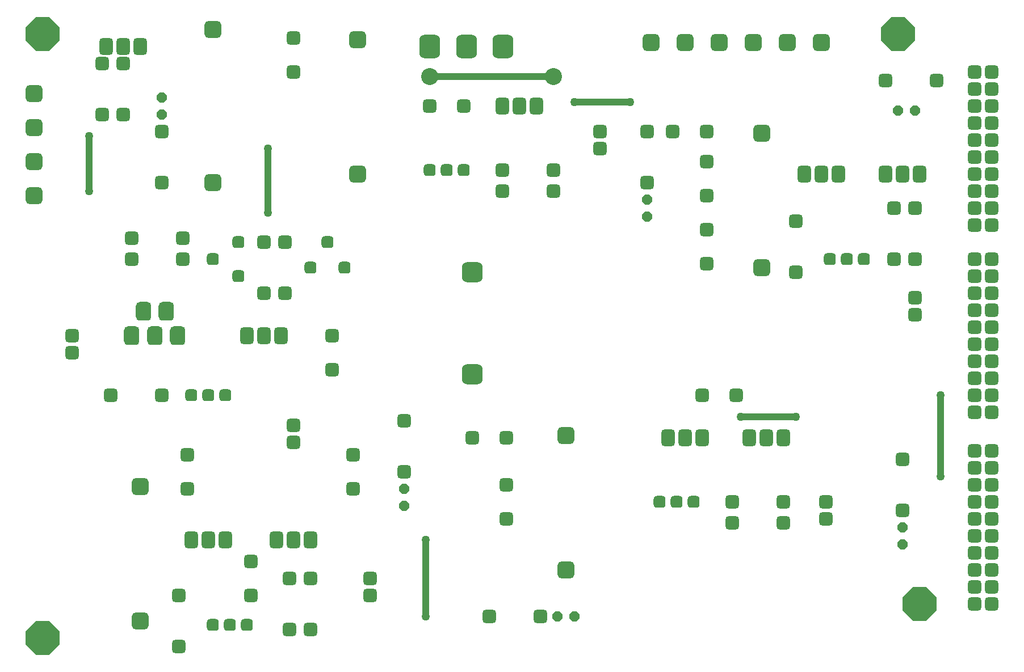
<source format=gtl>
G04 Layer_Physical_Order=1*
G04 Layer_Color=255*
%FSLAX44Y44*%
%MOMM*%
G71*
G01*
G75*
%ADD10C,1.0160*%
G04:AMPARAMS|DCode=11|XSize=2.032mm|YSize=2.032mm|CornerRadius=0.508mm|HoleSize=0mm|Usage=FLASHONLY|Rotation=90.000|XOffset=0mm|YOffset=0mm|HoleType=Round|Shape=RoundedRectangle|*
%AMROUNDEDRECTD11*
21,1,2.0320,1.0160,0,0,90.0*
21,1,1.0160,2.0320,0,0,90.0*
1,1,1.0160,0.5080,0.5080*
1,1,1.0160,0.5080,-0.5080*
1,1,1.0160,-0.5080,-0.5080*
1,1,1.0160,-0.5080,0.5080*
%
%ADD11ROUNDEDRECTD11*%
G04:AMPARAMS|DCode=12|XSize=2.032mm|YSize=2.54mm|CornerRadius=0.508mm|HoleSize=0mm|Usage=FLASHONLY|Rotation=0.000|XOffset=0mm|YOffset=0mm|HoleType=Round|Shape=RoundedRectangle|*
%AMROUNDEDRECTD12*
21,1,2.0320,1.5240,0,0,0.0*
21,1,1.0160,2.5400,0,0,0.0*
1,1,1.0160,0.5080,-0.7620*
1,1,1.0160,-0.5080,-0.7620*
1,1,1.0160,-0.5080,0.7620*
1,1,1.0160,0.5080,0.7620*
%
%ADD12ROUNDEDRECTD12*%
G04:AMPARAMS|DCode=13|XSize=1.778mm|YSize=1.778mm|CornerRadius=0.4445mm|HoleSize=0mm|Usage=FLASHONLY|Rotation=0.000|XOffset=0mm|YOffset=0mm|HoleType=Round|Shape=RoundedRectangle|*
%AMROUNDEDRECTD13*
21,1,1.7780,0.8890,0,0,0.0*
21,1,0.8890,1.7780,0,0,0.0*
1,1,0.8890,0.4445,-0.4445*
1,1,0.8890,-0.4445,-0.4445*
1,1,0.8890,-0.4445,0.4445*
1,1,0.8890,0.4445,0.4445*
%
%ADD13ROUNDEDRECTD13*%
G04:AMPARAMS|DCode=14|XSize=2.032mm|YSize=2.032mm|CornerRadius=0.508mm|HoleSize=0mm|Usage=FLASHONLY|Rotation=0.000|XOffset=0mm|YOffset=0mm|HoleType=Round|Shape=RoundedRectangle|*
%AMROUNDEDRECTD14*
21,1,2.0320,1.0160,0,0,0.0*
21,1,1.0160,2.0320,0,0,0.0*
1,1,1.0160,0.5080,-0.5080*
1,1,1.0160,-0.5080,-0.5080*
1,1,1.0160,-0.5080,0.5080*
1,1,1.0160,0.5080,0.5080*
%
%ADD14ROUNDEDRECTD14*%
G04:AMPARAMS|DCode=15|XSize=2.54mm|YSize=2.54mm|CornerRadius=0.635mm|HoleSize=0mm|Usage=FLASHONLY|Rotation=90.000|XOffset=0mm|YOffset=0mm|HoleType=Round|Shape=RoundedRectangle|*
%AMROUNDEDRECTD15*
21,1,2.5400,1.2700,0,0,90.0*
21,1,1.2700,2.5400,0,0,90.0*
1,1,1.2700,0.6350,0.6350*
1,1,1.2700,0.6350,-0.6350*
1,1,1.2700,-0.6350,-0.6350*
1,1,1.2700,-0.6350,0.6350*
%
%ADD15ROUNDEDRECTD15*%
%ADD16P,1.6496X8X292.5*%
%ADD17P,1.6496X8X22.5*%
%ADD18P,5.4120X8X22.5*%
G04:AMPARAMS|DCode=19|XSize=3.048mm|YSize=3.556mm|CornerRadius=0.762mm|HoleSize=0mm|Usage=FLASHONLY|Rotation=0.000|XOffset=0mm|YOffset=0mm|HoleType=Round|Shape=RoundedRectangle|*
%AMROUNDEDRECTD19*
21,1,3.0480,2.0320,0,0,0.0*
21,1,1.5240,3.5560,0,0,0.0*
1,1,1.5240,0.7620,-1.0160*
1,1,1.5240,-0.7620,-1.0160*
1,1,1.5240,-0.7620,1.0160*
1,1,1.5240,0.7620,1.0160*
%
%ADD19ROUNDEDRECTD19*%
G04:AMPARAMS|DCode=20|XSize=2.54mm|YSize=2.54mm|CornerRadius=0.635mm|HoleSize=0mm|Usage=FLASHONLY|Rotation=0.000|XOffset=0mm|YOffset=0mm|HoleType=Round|Shape=RoundedRectangle|*
%AMROUNDEDRECTD20*
21,1,2.5400,1.2700,0,0,0.0*
21,1,1.2700,2.5400,0,0,0.0*
1,1,1.2700,0.6350,-0.6350*
1,1,1.2700,-0.6350,-0.6350*
1,1,1.2700,-0.6350,0.6350*
1,1,1.2700,0.6350,0.6350*
%
%ADD20ROUNDEDRECTD20*%
G04:AMPARAMS|DCode=21|XSize=2.286mm|YSize=2.794mm|CornerRadius=0.5715mm|HoleSize=0mm|Usage=FLASHONLY|Rotation=0.000|XOffset=0mm|YOffset=0mm|HoleType=Round|Shape=RoundedRectangle|*
%AMROUNDEDRECTD21*
21,1,2.2860,1.6510,0,0,0.0*
21,1,1.1430,2.7940,0,0,0.0*
1,1,1.1430,0.5715,-0.8255*
1,1,1.1430,-0.5715,-0.8255*
1,1,1.1430,-0.5715,0.8255*
1,1,1.1430,0.5715,0.8255*
%
%ADD21ROUNDEDRECTD21*%
G04:AMPARAMS|DCode=22|XSize=1.778mm|YSize=1.778mm|CornerRadius=0.4445mm|HoleSize=0mm|Usage=FLASHONLY|Rotation=90.000|XOffset=0mm|YOffset=0mm|HoleType=Round|Shape=RoundedRectangle|*
%AMROUNDEDRECTD22*
21,1,1.7780,0.8890,0,0,90.0*
21,1,0.8890,1.7780,0,0,90.0*
1,1,0.8890,0.4445,0.4445*
1,1,0.8890,0.4445,-0.4445*
1,1,0.8890,-0.4445,-0.4445*
1,1,0.8890,-0.4445,0.4445*
%
%ADD22ROUNDEDRECTD22*%
G04:AMPARAMS|DCode=23|XSize=3.048mm|YSize=3.048mm|CornerRadius=0.762mm|HoleSize=0mm|Usage=FLASHONLY|Rotation=270.000|XOffset=0mm|YOffset=0mm|HoleType=Round|Shape=RoundedRectangle|*
%AMROUNDEDRECTD23*
21,1,3.0480,1.5240,0,0,270.0*
21,1,1.5240,3.0480,0,0,270.0*
1,1,1.5240,-0.7620,-0.7620*
1,1,1.5240,-0.7620,0.7620*
1,1,1.5240,0.7620,0.7620*
1,1,1.5240,0.7620,-0.7620*
%
%ADD23ROUNDEDRECTD23*%
%ADD24C,2.5400*%
%ADD25C,1.2700*%
D10*
X628650Y889000D02*
X812800D01*
X120650Y717550D02*
Y800100D01*
X622300Y82550D02*
Y196850D01*
X1390650Y292100D02*
Y412750D01*
X844550Y850900D02*
X927100D01*
X387350Y685800D02*
Y781050D01*
X1092200Y381000D02*
X1174750D01*
D11*
X450850Y139700D02*
D03*
Y63500D02*
D03*
X419100D02*
D03*
Y139700D02*
D03*
X539750Y114300D02*
D03*
Y139700D02*
D03*
X266700Y273050D02*
D03*
Y323850D02*
D03*
X514350Y273050D02*
D03*
Y323850D02*
D03*
X1174750Y673100D02*
D03*
Y596900D02*
D03*
X1219200Y228600D02*
D03*
Y254000D02*
D03*
X742950Y279400D02*
D03*
Y228600D02*
D03*
X139700Y908050D02*
D03*
Y831850D02*
D03*
X1466850Y666750D02*
D03*
Y692150D02*
D03*
Y717550D02*
D03*
Y742950D02*
D03*
Y768350D02*
D03*
Y793750D02*
D03*
Y819150D02*
D03*
Y844550D02*
D03*
Y869950D02*
D03*
Y895350D02*
D03*
X1441450Y666750D02*
D03*
Y692150D02*
D03*
Y717550D02*
D03*
Y742950D02*
D03*
Y768350D02*
D03*
Y793750D02*
D03*
Y819150D02*
D03*
Y844550D02*
D03*
Y869950D02*
D03*
Y895350D02*
D03*
X1466850Y101600D02*
D03*
Y127000D02*
D03*
Y152400D02*
D03*
Y177800D02*
D03*
Y203200D02*
D03*
Y228600D02*
D03*
Y254000D02*
D03*
Y279400D02*
D03*
Y304800D02*
D03*
Y330200D02*
D03*
X1441450Y101600D02*
D03*
Y127000D02*
D03*
Y152400D02*
D03*
Y177800D02*
D03*
Y203200D02*
D03*
Y228600D02*
D03*
Y254000D02*
D03*
Y279400D02*
D03*
Y304800D02*
D03*
Y330200D02*
D03*
X1466850Y387350D02*
D03*
Y412750D02*
D03*
Y438150D02*
D03*
Y463550D02*
D03*
Y488950D02*
D03*
Y514350D02*
D03*
Y539750D02*
D03*
Y565150D02*
D03*
Y590550D02*
D03*
Y615950D02*
D03*
X1441450Y387350D02*
D03*
Y412750D02*
D03*
Y438150D02*
D03*
Y463550D02*
D03*
Y488950D02*
D03*
Y514350D02*
D03*
Y539750D02*
D03*
Y565150D02*
D03*
Y590550D02*
D03*
Y615950D02*
D03*
X171450Y831850D02*
D03*
Y908050D02*
D03*
X425450Y946150D02*
D03*
Y895350D02*
D03*
X882650Y781050D02*
D03*
Y806450D02*
D03*
X381000Y641350D02*
D03*
Y565150D02*
D03*
X412750D02*
D03*
Y641350D02*
D03*
X482600Y501650D02*
D03*
Y450850D02*
D03*
X95250Y476250D02*
D03*
Y501650D02*
D03*
X425450Y342900D02*
D03*
Y368300D02*
D03*
X1041400Y762000D02*
D03*
Y711200D02*
D03*
Y660400D02*
D03*
Y609600D02*
D03*
X1320800Y692150D02*
D03*
Y615950D02*
D03*
X1352550D02*
D03*
Y692150D02*
D03*
Y533400D02*
D03*
Y558800D02*
D03*
X361950Y114300D02*
D03*
Y165100D02*
D03*
X254000Y114300D02*
D03*
Y38100D02*
D03*
X228600Y730250D02*
D03*
Y806450D02*
D03*
X952500D02*
D03*
Y730250D02*
D03*
X590550Y374650D02*
D03*
Y298450D02*
D03*
X1333500Y317500D02*
D03*
Y241300D02*
D03*
D12*
X273050Y196850D02*
D03*
X298450D02*
D03*
X323850D02*
D03*
X984250Y349250D02*
D03*
X1009650D02*
D03*
X1035050D02*
D03*
X1104900D02*
D03*
X1130300D02*
D03*
X1155700D02*
D03*
X146050Y933450D02*
D03*
X171450D02*
D03*
X196850D02*
D03*
X736600Y844550D02*
D03*
X762000D02*
D03*
X787400D02*
D03*
X400050Y196850D02*
D03*
X425450D02*
D03*
X450850D02*
D03*
X355600Y501650D02*
D03*
X381000D02*
D03*
X406400D02*
D03*
X1308100Y742950D02*
D03*
X1333500D02*
D03*
X1358900D02*
D03*
X1187450D02*
D03*
X1212850D02*
D03*
X1238250D02*
D03*
D13*
X1022350Y254000D02*
D03*
X996950D02*
D03*
X971550D02*
D03*
X323850Y412750D02*
D03*
X298450D02*
D03*
X273050D02*
D03*
X679450Y749300D02*
D03*
X654050D02*
D03*
X628650D02*
D03*
X450850Y603250D02*
D03*
X501650D02*
D03*
X476250Y641350D02*
D03*
X1276350Y615950D02*
D03*
X1250950D02*
D03*
X1225550D02*
D03*
X355600Y69850D02*
D03*
X330200D02*
D03*
X304800D02*
D03*
D14*
X1085850Y412750D02*
D03*
X1035050D02*
D03*
X742950Y349250D02*
D03*
X692150D02*
D03*
X736600Y717550D02*
D03*
X812800D02*
D03*
Y749300D02*
D03*
X736600D02*
D03*
X679450Y844550D02*
D03*
X628650D02*
D03*
X260350Y615950D02*
D03*
X184150D02*
D03*
X260350Y647700D02*
D03*
X184150D02*
D03*
X228600Y412750D02*
D03*
X152400D02*
D03*
X1041400Y806450D02*
D03*
X990600D02*
D03*
X1079500Y222250D02*
D03*
X1155700D02*
D03*
Y254000D02*
D03*
X1079500D02*
D03*
X717550Y82550D02*
D03*
X793750D02*
D03*
X1384300Y882650D02*
D03*
X1308100D02*
D03*
D15*
X831850Y353060D02*
D03*
Y152400D02*
D03*
X38100Y812800D02*
D03*
Y863600D02*
D03*
Y711200D02*
D03*
Y762000D02*
D03*
X304800Y958850D02*
D03*
Y730250D02*
D03*
X520700Y943610D02*
D03*
Y742950D02*
D03*
X1123950Y803910D02*
D03*
Y603250D02*
D03*
X196850Y276860D02*
D03*
Y76200D02*
D03*
D16*
X952500Y704850D02*
D03*
Y679450D02*
D03*
X590550Y273050D02*
D03*
Y247650D02*
D03*
X1333500Y215900D02*
D03*
Y190500D02*
D03*
X228600Y831850D02*
D03*
Y857250D02*
D03*
D17*
X819150Y82550D02*
D03*
X844550D02*
D03*
X1352550Y838200D02*
D03*
X1327150D02*
D03*
D18*
X50800Y50800D02*
D03*
Y952500D02*
D03*
X1327150D02*
D03*
X1358900Y101600D02*
D03*
D19*
X737870Y933450D02*
D03*
X683260D02*
D03*
X628650D02*
D03*
D20*
X958850Y939800D02*
D03*
X1009650D02*
D03*
X1060450D02*
D03*
X1111250D02*
D03*
X1162050D02*
D03*
X1212850D02*
D03*
D21*
X201168Y538480D02*
D03*
X184150Y501650D02*
D03*
X218186D02*
D03*
X235204Y538480D02*
D03*
X252222Y501650D02*
D03*
D22*
X342900Y590550D02*
D03*
Y641350D02*
D03*
X304800Y615950D02*
D03*
D23*
X692150Y444500D02*
D03*
Y596900D02*
D03*
D24*
X812800Y889000D02*
D03*
X628650D02*
D03*
D25*
X120650Y800100D02*
D03*
Y717550D02*
D03*
X622300Y82550D02*
D03*
Y196850D02*
D03*
X1390650Y292100D02*
D03*
Y412750D02*
D03*
X1092200Y381000D02*
D03*
X1174750D02*
D03*
X927100Y850900D02*
D03*
X844550D02*
D03*
X387350Y685800D02*
D03*
Y781050D02*
D03*
M02*

</source>
